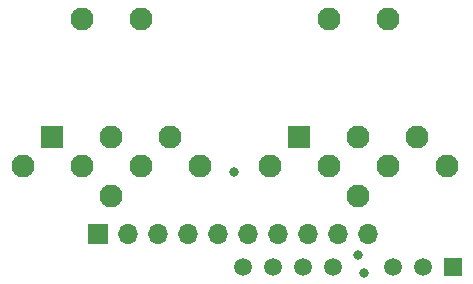
<source format=gbr>
%TF.GenerationSoftware,KiCad,Pcbnew,9.0.1*%
%TF.CreationDate,2025-06-09T14:27:30-04:00*%
%TF.ProjectId,Ceinture_respiration_Shield,4365696e-7475-4726-955f-726573706972,1.1*%
%TF.SameCoordinates,Original*%
%TF.FileFunction,Copper,L2,Inr*%
%TF.FilePolarity,Positive*%
%FSLAX46Y46*%
G04 Gerber Fmt 4.6, Leading zero omitted, Abs format (unit mm)*
G04 Created by KiCad (PCBNEW 9.0.1) date 2025-06-09 14:27:30*
%MOMM*%
%LPD*%
G01*
G04 APERTURE LIST*
%TA.AperFunction,ComponentPad*%
%ADD10R,1.508000X1.508000*%
%TD*%
%TA.AperFunction,ComponentPad*%
%ADD11C,1.508000*%
%TD*%
%TA.AperFunction,ComponentPad*%
%ADD12R,1.950000X1.950000*%
%TD*%
%TA.AperFunction,ComponentPad*%
%ADD13C,1.950000*%
%TD*%
%TA.AperFunction,ComponentPad*%
%ADD14R,1.700000X1.700000*%
%TD*%
%TA.AperFunction,ComponentPad*%
%ADD15O,1.700000X1.700000*%
%TD*%
%TA.AperFunction,ViaPad*%
%ADD16C,0.800000*%
%TD*%
G04 APERTURE END LIST*
D10*
%TO.N,GND_EXP*%
%TO.C,PS1*%
X41507500Y2372500D03*
D11*
%TO.N,/SHIELD_RESPIRATION/VBAT_EXP*%
X38967500Y2372500D03*
%TO.N,GND_EXP*%
X36427500Y2372500D03*
%TO.N,unconnected-(PS1-NC-Pad5)*%
X31347500Y2372500D03*
%TO.N,+5VA*%
X28807500Y2372500D03*
%TO.N,GND_EXP*%
X26267500Y2372500D03*
%TO.N,-5VA*%
X23727500Y2372500D03*
%TD*%
D12*
%TO.N,+5VA*%
%TO.C,J7*%
X28500000Y13370500D03*
D13*
%TO.N,unconnected-(J7-Pad2)*%
X33500000Y13370500D03*
%TO.N,/SHIELD_RESPIRATION/Belt_2*%
X38500000Y13370500D03*
%TO.N,-5VA*%
X31000000Y10870500D03*
%TO.N,unconnected-(J7-Pad5)*%
X36000000Y10870500D03*
%TO.N,unconnected-(J7-Pad6)*%
X26000000Y10870500D03*
%TO.N,GND_EXP*%
X41000000Y10870500D03*
X36000000Y23370500D03*
X31000000Y23370500D03*
%TO.N,unconnected-(J7-Pad8)*%
X33500000Y8370500D03*
%TD*%
D12*
%TO.N,+5VA*%
%TO.C,J6*%
X7594500Y13370500D03*
D13*
%TO.N,unconnected-(J6-Pad2)*%
X12594500Y13370500D03*
%TO.N,/SHIELD_RESPIRATION/Belt_1*%
X17594500Y13370500D03*
%TO.N,-5VA*%
X10094500Y10870500D03*
%TO.N,unconnected-(J6-Pad5)*%
X15094500Y10870500D03*
%TO.N,unconnected-(J6-Pad6)*%
X5094500Y10870500D03*
%TO.N,GND_EXP*%
X20094500Y10870500D03*
X15094500Y23370500D03*
X10094500Y23370500D03*
%TO.N,unconnected-(J6-Pad8)*%
X12594500Y8370500D03*
%TD*%
D14*
%TO.N,GND_EXP*%
%TO.C,J1*%
X11500000Y5120500D03*
D15*
%TO.N,/SHIELD_RESPIRATION/VBAT_EXP*%
X14040000Y5120500D03*
%TO.N,/SHIELD_RESPIRATION/Belt_1*%
X16580000Y5120500D03*
%TO.N,/SHIELD_RESPIRATION/Belt_2*%
X19120000Y5120500D03*
%TO.N,unconnected-(J1-Pin_5-Pad5)*%
X21660000Y5120500D03*
%TO.N,unconnected-(J1-Pin_6-Pad6)*%
X24200000Y5120500D03*
%TO.N,unconnected-(J1-Pin_7-Pad7)*%
X26740000Y5120500D03*
%TO.N,unconnected-(J1-Pin_8-Pad8)*%
X29280000Y5120500D03*
%TO.N,unconnected-(J1-Pin_9-Pad9)*%
X31820000Y5120500D03*
%TO.N,unconnected-(J1-Pin_10-Pad10)*%
X34360000Y5120500D03*
%TD*%
D16*
%TO.N,GND_EXP*%
X33500000Y3370500D03*
X34000000Y1870500D03*
%TO.N,-5VA*%
X23000000Y10370500D03*
%TD*%
M02*

</source>
